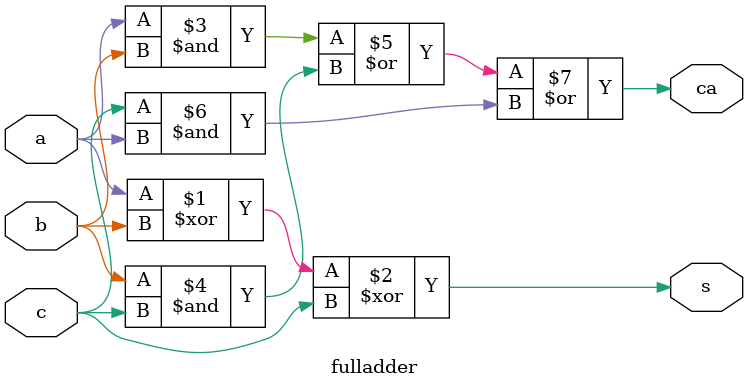
<source format=v>
module fulladder(a,b,c,s,ca);
    input a,b,c;
    output s,ca;

    assign s=(a^b^c);
    assign ca=((a&b)|(b&c)|(c&a));
endmodule 
</source>
